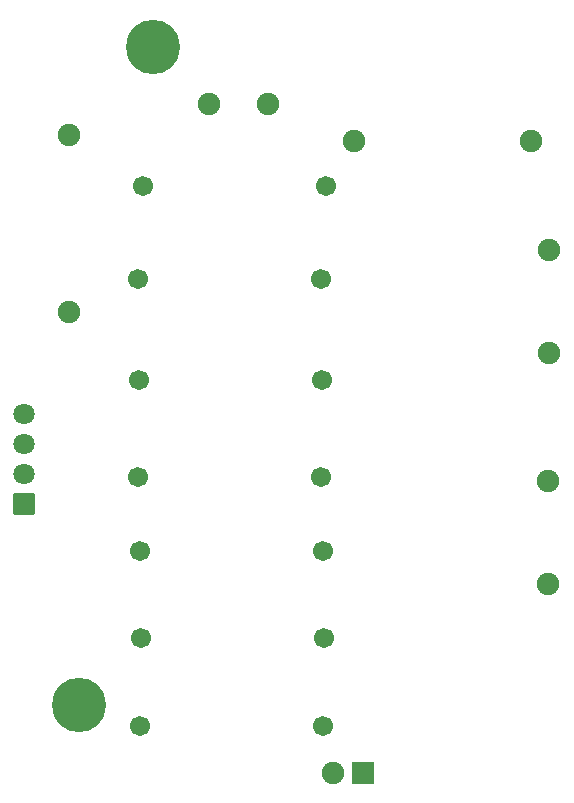
<source format=gbs>
G04 Layer: BottomSolderMaskLayer*
G04 EasyEDA Pro v2.1.64.d1969c9c.217bcf, 2024-09-26 22:54:29*
G04 Gerber Generator version 0.3*
G04 Scale: 100 percent, Rotated: No, Reflected: No*
G04 Dimensions in millimeters*
G04 Leading zeros omitted, absolute positions, 3 integers and 5 decimals*
%FSLAX35Y35*%
%MOMM*%
%AMRoundRect*1,1,$1,$2,$3*1,1,$1,$4,$5*1,1,$1,0-$2,0-$3*1,1,$1,0-$4,0-$5*20,1,$1,$2,$3,$4,$5,0*20,1,$1,$4,$5,0-$2,0-$3,0*20,1,$1,0-$2,0-$3,0-$4,0-$5,0*20,1,$1,0-$4,0-$5,$2,$3,0*4,1,4,$2,$3,$4,$5,0-$2,0-$3,0-$4,0-$5,$2,$3,0*%
%ADD10C,1.9016*%
%ADD11C,1.7016*%
%ADD12RoundRect,0.09618X-0.85271X-0.85271X-0.85271X0.85271*%
%ADD13C,1.8016*%
%ADD14C,4.602*%
%ADD15RoundRect,0.09645X0.90257X-0.90257X-0.90257X-0.90257*%
G75*


G04 Pad Start*
G54D10*
G01X8978900Y-1927200D03*
G01X8978900Y-2797200D03*
G01X8991600Y28600D03*
G01X8991600Y-841400D03*
G54D11*
G01X7074205Y-4000500D03*
G01X5524195Y-4000500D03*
G01X7086905Y-3251200D03*
G01X5536895Y-3251200D03*
G01X7061505Y-1892300D03*
G01X5511495Y-1892300D03*
G01X5524195Y-2514600D03*
G01X7074205Y-2514600D03*
G01X7071035Y-1072401D03*
G01X5521025Y-1072401D03*
G01X5511495Y-215900D03*
G01X7061505Y-215900D03*
G54D10*
G01X6612636Y1270000D03*
G01X6112764Y1270000D03*
G01X4927600Y1004011D03*
G01X4927600Y-496011D03*
G01X8839911Y952500D03*
G01X7339889Y952500D03*
G54D12*
G01X4546600Y-2120900D03*
G54D13*
G01X4546600Y-1866900D03*
G01X4546600Y-1612900D03*
G01X4546600Y-1358900D03*
G54D11*
G01X7099605Y571500D03*
G01X5549595Y571500D03*
G54D14*
G01X5632412Y1753489D03*
G01X5010112Y-3823983D03*
G54D10*
G01X7162800Y-4394200D03*
G54D15*
G01X7416800Y-4394200D03*
G04 Pad End*

M02*

</source>
